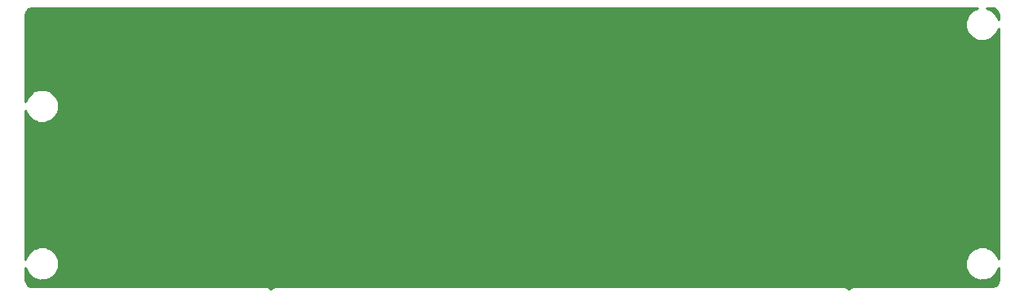
<source format=gbr>
G04 #@! TF.GenerationSoftware,KiCad,Pcbnew,(5.1.5)-3*
G04 #@! TF.CreationDate,2021-03-06T01:57:47+09:00*
G04 #@! TF.ProjectId,Getta25,47657474-6132-4352-9e6b-696361645f70,rev?*
G04 #@! TF.SameCoordinates,Original*
G04 #@! TF.FileFunction,Copper,L1,Top*
G04 #@! TF.FilePolarity,Positive*
%FSLAX46Y46*%
G04 Gerber Fmt 4.6, Leading zero omitted, Abs format (unit mm)*
G04 Created by KiCad (PCBNEW (5.1.5)-3) date 2021-03-06 01:57:47*
%MOMM*%
%LPD*%
G04 APERTURE LIST*
%ADD10C,0.254000*%
G04 APERTURE END LIST*
D10*
G36*
X122421891Y22508349D02*
G01*
X122416534Y22494957D01*
X122373451Y22477112D01*
X121885388Y21989049D01*
X121867543Y21945966D01*
X121854151Y21940609D01*
X121742497Y21644079D01*
X121621250Y21351363D01*
X121621250Y21322073D01*
X121610927Y21294657D01*
X121621250Y20977966D01*
X121621250Y20661137D01*
X121632460Y20634074D01*
X121633414Y20604797D01*
X121854151Y20071891D01*
X121867543Y20066534D01*
X121885388Y20023451D01*
X122373451Y19535388D01*
X122416534Y19517543D01*
X122421891Y19504151D01*
X122718421Y19392497D01*
X123011137Y19271250D01*
X123040427Y19271250D01*
X123067843Y19260927D01*
X123384534Y19271250D01*
X123701363Y19271250D01*
X123728426Y19282460D01*
X123757703Y19283414D01*
X124290609Y19504151D01*
X124295966Y19517543D01*
X124339049Y19535388D01*
X124827112Y20023451D01*
X124844957Y20066534D01*
X124858349Y20071891D01*
X124970003Y20368421D01*
X125052500Y20567586D01*
X125052501Y-3434365D01*
X124858349Y-2965641D01*
X124844957Y-2960284D01*
X124827112Y-2917201D01*
X124339049Y-2429138D01*
X124295966Y-2411293D01*
X124290609Y-2397901D01*
X123994079Y-2286247D01*
X123701363Y-2165000D01*
X123672073Y-2165000D01*
X123644657Y-2154677D01*
X123327966Y-2165000D01*
X123011137Y-2165000D01*
X122984074Y-2176210D01*
X122954797Y-2177164D01*
X122421891Y-2397901D01*
X122416534Y-2411293D01*
X122373451Y-2429138D01*
X121885388Y-2917201D01*
X121867543Y-2960284D01*
X121854151Y-2965641D01*
X121742497Y-3262171D01*
X121621250Y-3554887D01*
X121621250Y-3584177D01*
X121610927Y-3611593D01*
X121621250Y-3928284D01*
X121621250Y-4245113D01*
X121632460Y-4272176D01*
X121633414Y-4301453D01*
X121854151Y-4834359D01*
X121867543Y-4839716D01*
X121885388Y-4882799D01*
X122373451Y-5370862D01*
X122416534Y-5388707D01*
X122421891Y-5402099D01*
X122718421Y-5513753D01*
X123011137Y-5635000D01*
X123040427Y-5635000D01*
X123067843Y-5645323D01*
X123384534Y-5635000D01*
X123701363Y-5635000D01*
X123728426Y-5623790D01*
X123757703Y-5622836D01*
X124290609Y-5402099D01*
X124295966Y-5388707D01*
X124339049Y-5370862D01*
X124827112Y-4882799D01*
X124844957Y-4839716D01*
X124858349Y-4834359D01*
X124970003Y-4537829D01*
X125052501Y-4338662D01*
X125052501Y-5600066D01*
X125003069Y-5880408D01*
X124891163Y-6074234D01*
X124719719Y-6218094D01*
X124480645Y-6305109D01*
X124367595Y-6315000D01*
X110067461Y-6315000D01*
X110000000Y-6301581D01*
X109932538Y-6315000D01*
X109732727Y-6354745D01*
X109506143Y-6506143D01*
X109500000Y-6515337D01*
X109493857Y-6506143D01*
X109267273Y-6354745D01*
X109067462Y-6315000D01*
X109067461Y-6315000D01*
X109000000Y-6301581D01*
X108932538Y-6315000D01*
X50067461Y-6315000D01*
X50000000Y-6301581D01*
X49932538Y-6315000D01*
X49732727Y-6354745D01*
X49506143Y-6506143D01*
X49500000Y-6515337D01*
X49493857Y-6506143D01*
X49267273Y-6354745D01*
X49067462Y-6315000D01*
X49067461Y-6315000D01*
X49000000Y-6301581D01*
X48932538Y-6315000D01*
X24743678Y-6315000D01*
X24463342Y-6265569D01*
X24269516Y-6153663D01*
X24125656Y-5982219D01*
X24038641Y-5743145D01*
X24028750Y-5630095D01*
X24028750Y-4365637D01*
X24222901Y-4834359D01*
X24236293Y-4839716D01*
X24254138Y-4882799D01*
X24742201Y-5370862D01*
X24785284Y-5388707D01*
X24790641Y-5402099D01*
X25087171Y-5513753D01*
X25379887Y-5635000D01*
X25409177Y-5635000D01*
X25436593Y-5645323D01*
X25753284Y-5635000D01*
X26070113Y-5635000D01*
X26097176Y-5623790D01*
X26126453Y-5622836D01*
X26659359Y-5402099D01*
X26664716Y-5388707D01*
X26707799Y-5370862D01*
X27195862Y-4882799D01*
X27213707Y-4839716D01*
X27227099Y-4834359D01*
X27338753Y-4537829D01*
X27460000Y-4245113D01*
X27460000Y-4215823D01*
X27470323Y-4188407D01*
X27460000Y-3871716D01*
X27460000Y-3554887D01*
X27448790Y-3527824D01*
X27447836Y-3498547D01*
X27227099Y-2965641D01*
X27213707Y-2960284D01*
X27195862Y-2917201D01*
X26707799Y-2429138D01*
X26664716Y-2411293D01*
X26659359Y-2397901D01*
X26362829Y-2286247D01*
X26070113Y-2165000D01*
X26040823Y-2165000D01*
X26013407Y-2154677D01*
X25696716Y-2165000D01*
X25379887Y-2165000D01*
X25352824Y-2176210D01*
X25323547Y-2177164D01*
X24790641Y-2397901D01*
X24785284Y-2411293D01*
X24742201Y-2429138D01*
X24254138Y-2917201D01*
X24236293Y-2960284D01*
X24222901Y-2965641D01*
X24111247Y-3262171D01*
X24028750Y-3461336D01*
X24028750Y12040613D01*
X24222901Y11571891D01*
X24236293Y11566534D01*
X24254138Y11523451D01*
X24742201Y11035388D01*
X24785284Y11017543D01*
X24790641Y11004151D01*
X25087171Y10892497D01*
X25379887Y10771250D01*
X25409177Y10771250D01*
X25436593Y10760927D01*
X25753284Y10771250D01*
X26070113Y10771250D01*
X26097176Y10782460D01*
X26126453Y10783414D01*
X26659359Y11004151D01*
X26664716Y11017543D01*
X26707799Y11035388D01*
X27195862Y11523451D01*
X27213707Y11566534D01*
X27227099Y11571891D01*
X27338753Y11868421D01*
X27460000Y12161137D01*
X27460000Y12190427D01*
X27470323Y12217843D01*
X27460000Y12534534D01*
X27460000Y12851363D01*
X27448790Y12878426D01*
X27447836Y12907703D01*
X27227099Y13440609D01*
X27213707Y13445966D01*
X27195862Y13489049D01*
X26707799Y13977112D01*
X26664716Y13994957D01*
X26659359Y14008349D01*
X26362829Y14120003D01*
X26070113Y14241250D01*
X26040823Y14241250D01*
X26013407Y14251573D01*
X25696716Y14241250D01*
X25379887Y14241250D01*
X25352824Y14230040D01*
X25323547Y14229086D01*
X24790641Y14008349D01*
X24785284Y13994957D01*
X24742201Y13977112D01*
X24254138Y13489049D01*
X24236293Y13445966D01*
X24222901Y13440609D01*
X24111247Y13144079D01*
X24028750Y12944914D01*
X24028750Y21987572D01*
X24078181Y22267908D01*
X24190086Y22461734D01*
X24361532Y22605594D01*
X24600602Y22692609D01*
X24713655Y22702500D01*
X122890613Y22702500D01*
X122421891Y22508349D01*
G37*
X122421891Y22508349D02*
X122416534Y22494957D01*
X122373451Y22477112D01*
X121885388Y21989049D01*
X121867543Y21945966D01*
X121854151Y21940609D01*
X121742497Y21644079D01*
X121621250Y21351363D01*
X121621250Y21322073D01*
X121610927Y21294657D01*
X121621250Y20977966D01*
X121621250Y20661137D01*
X121632460Y20634074D01*
X121633414Y20604797D01*
X121854151Y20071891D01*
X121867543Y20066534D01*
X121885388Y20023451D01*
X122373451Y19535388D01*
X122416534Y19517543D01*
X122421891Y19504151D01*
X122718421Y19392497D01*
X123011137Y19271250D01*
X123040427Y19271250D01*
X123067843Y19260927D01*
X123384534Y19271250D01*
X123701363Y19271250D01*
X123728426Y19282460D01*
X123757703Y19283414D01*
X124290609Y19504151D01*
X124295966Y19517543D01*
X124339049Y19535388D01*
X124827112Y20023451D01*
X124844957Y20066534D01*
X124858349Y20071891D01*
X124970003Y20368421D01*
X125052500Y20567586D01*
X125052501Y-3434365D01*
X124858349Y-2965641D01*
X124844957Y-2960284D01*
X124827112Y-2917201D01*
X124339049Y-2429138D01*
X124295966Y-2411293D01*
X124290609Y-2397901D01*
X123994079Y-2286247D01*
X123701363Y-2165000D01*
X123672073Y-2165000D01*
X123644657Y-2154677D01*
X123327966Y-2165000D01*
X123011137Y-2165000D01*
X122984074Y-2176210D01*
X122954797Y-2177164D01*
X122421891Y-2397901D01*
X122416534Y-2411293D01*
X122373451Y-2429138D01*
X121885388Y-2917201D01*
X121867543Y-2960284D01*
X121854151Y-2965641D01*
X121742497Y-3262171D01*
X121621250Y-3554887D01*
X121621250Y-3584177D01*
X121610927Y-3611593D01*
X121621250Y-3928284D01*
X121621250Y-4245113D01*
X121632460Y-4272176D01*
X121633414Y-4301453D01*
X121854151Y-4834359D01*
X121867543Y-4839716D01*
X121885388Y-4882799D01*
X122373451Y-5370862D01*
X122416534Y-5388707D01*
X122421891Y-5402099D01*
X122718421Y-5513753D01*
X123011137Y-5635000D01*
X123040427Y-5635000D01*
X123067843Y-5645323D01*
X123384534Y-5635000D01*
X123701363Y-5635000D01*
X123728426Y-5623790D01*
X123757703Y-5622836D01*
X124290609Y-5402099D01*
X124295966Y-5388707D01*
X124339049Y-5370862D01*
X124827112Y-4882799D01*
X124844957Y-4839716D01*
X124858349Y-4834359D01*
X124970003Y-4537829D01*
X125052501Y-4338662D01*
X125052501Y-5600066D01*
X125003069Y-5880408D01*
X124891163Y-6074234D01*
X124719719Y-6218094D01*
X124480645Y-6305109D01*
X124367595Y-6315000D01*
X110067461Y-6315000D01*
X110000000Y-6301581D01*
X109932538Y-6315000D01*
X109732727Y-6354745D01*
X109506143Y-6506143D01*
X109500000Y-6515337D01*
X109493857Y-6506143D01*
X109267273Y-6354745D01*
X109067462Y-6315000D01*
X109067461Y-6315000D01*
X109000000Y-6301581D01*
X108932538Y-6315000D01*
X50067461Y-6315000D01*
X50000000Y-6301581D01*
X49932538Y-6315000D01*
X49732727Y-6354745D01*
X49506143Y-6506143D01*
X49500000Y-6515337D01*
X49493857Y-6506143D01*
X49267273Y-6354745D01*
X49067462Y-6315000D01*
X49067461Y-6315000D01*
X49000000Y-6301581D01*
X48932538Y-6315000D01*
X24743678Y-6315000D01*
X24463342Y-6265569D01*
X24269516Y-6153663D01*
X24125656Y-5982219D01*
X24038641Y-5743145D01*
X24028750Y-5630095D01*
X24028750Y-4365637D01*
X24222901Y-4834359D01*
X24236293Y-4839716D01*
X24254138Y-4882799D01*
X24742201Y-5370862D01*
X24785284Y-5388707D01*
X24790641Y-5402099D01*
X25087171Y-5513753D01*
X25379887Y-5635000D01*
X25409177Y-5635000D01*
X25436593Y-5645323D01*
X25753284Y-5635000D01*
X26070113Y-5635000D01*
X26097176Y-5623790D01*
X26126453Y-5622836D01*
X26659359Y-5402099D01*
X26664716Y-5388707D01*
X26707799Y-5370862D01*
X27195862Y-4882799D01*
X27213707Y-4839716D01*
X27227099Y-4834359D01*
X27338753Y-4537829D01*
X27460000Y-4245113D01*
X27460000Y-4215823D01*
X27470323Y-4188407D01*
X27460000Y-3871716D01*
X27460000Y-3554887D01*
X27448790Y-3527824D01*
X27447836Y-3498547D01*
X27227099Y-2965641D01*
X27213707Y-2960284D01*
X27195862Y-2917201D01*
X26707799Y-2429138D01*
X26664716Y-2411293D01*
X26659359Y-2397901D01*
X26362829Y-2286247D01*
X26070113Y-2165000D01*
X26040823Y-2165000D01*
X26013407Y-2154677D01*
X25696716Y-2165000D01*
X25379887Y-2165000D01*
X25352824Y-2176210D01*
X25323547Y-2177164D01*
X24790641Y-2397901D01*
X24785284Y-2411293D01*
X24742201Y-2429138D01*
X24254138Y-2917201D01*
X24236293Y-2960284D01*
X24222901Y-2965641D01*
X24111247Y-3262171D01*
X24028750Y-3461336D01*
X24028750Y12040613D01*
X24222901Y11571891D01*
X24236293Y11566534D01*
X24254138Y11523451D01*
X24742201Y11035388D01*
X24785284Y11017543D01*
X24790641Y11004151D01*
X25087171Y10892497D01*
X25379887Y10771250D01*
X25409177Y10771250D01*
X25436593Y10760927D01*
X25753284Y10771250D01*
X26070113Y10771250D01*
X26097176Y10782460D01*
X26126453Y10783414D01*
X26659359Y11004151D01*
X26664716Y11017543D01*
X26707799Y11035388D01*
X27195862Y11523451D01*
X27213707Y11566534D01*
X27227099Y11571891D01*
X27338753Y11868421D01*
X27460000Y12161137D01*
X27460000Y12190427D01*
X27470323Y12217843D01*
X27460000Y12534534D01*
X27460000Y12851363D01*
X27448790Y12878426D01*
X27447836Y12907703D01*
X27227099Y13440609D01*
X27213707Y13445966D01*
X27195862Y13489049D01*
X26707799Y13977112D01*
X26664716Y13994957D01*
X26659359Y14008349D01*
X26362829Y14120003D01*
X26070113Y14241250D01*
X26040823Y14241250D01*
X26013407Y14251573D01*
X25696716Y14241250D01*
X25379887Y14241250D01*
X25352824Y14230040D01*
X25323547Y14229086D01*
X24790641Y14008349D01*
X24785284Y13994957D01*
X24742201Y13977112D01*
X24254138Y13489049D01*
X24236293Y13445966D01*
X24222901Y13440609D01*
X24111247Y13144079D01*
X24028750Y12944914D01*
X24028750Y21987572D01*
X24078181Y22267908D01*
X24190086Y22461734D01*
X24361532Y22605594D01*
X24600602Y22692609D01*
X24713655Y22702500D01*
X122890613Y22702500D01*
X122421891Y22508349D01*
G36*
X124617908Y22653069D02*
G01*
X124811734Y22541164D01*
X124955594Y22369718D01*
X125042609Y22130648D01*
X125052500Y22017595D01*
X125052500Y21471887D01*
X124858349Y21940609D01*
X124844957Y21945966D01*
X124827112Y21989049D01*
X124339049Y22477112D01*
X124295966Y22494957D01*
X124290609Y22508349D01*
X123994079Y22620003D01*
X123794914Y22702500D01*
X124337572Y22702500D01*
X124617908Y22653069D01*
G37*
X124617908Y22653069D02*
X124811734Y22541164D01*
X124955594Y22369718D01*
X125042609Y22130648D01*
X125052500Y22017595D01*
X125052500Y21471887D01*
X124858349Y21940609D01*
X124844957Y21945966D01*
X124827112Y21989049D01*
X124339049Y22477112D01*
X124295966Y22494957D01*
X124290609Y22508349D01*
X123994079Y22620003D01*
X123794914Y22702500D01*
X124337572Y22702500D01*
X124617908Y22653069D01*
M02*

</source>
